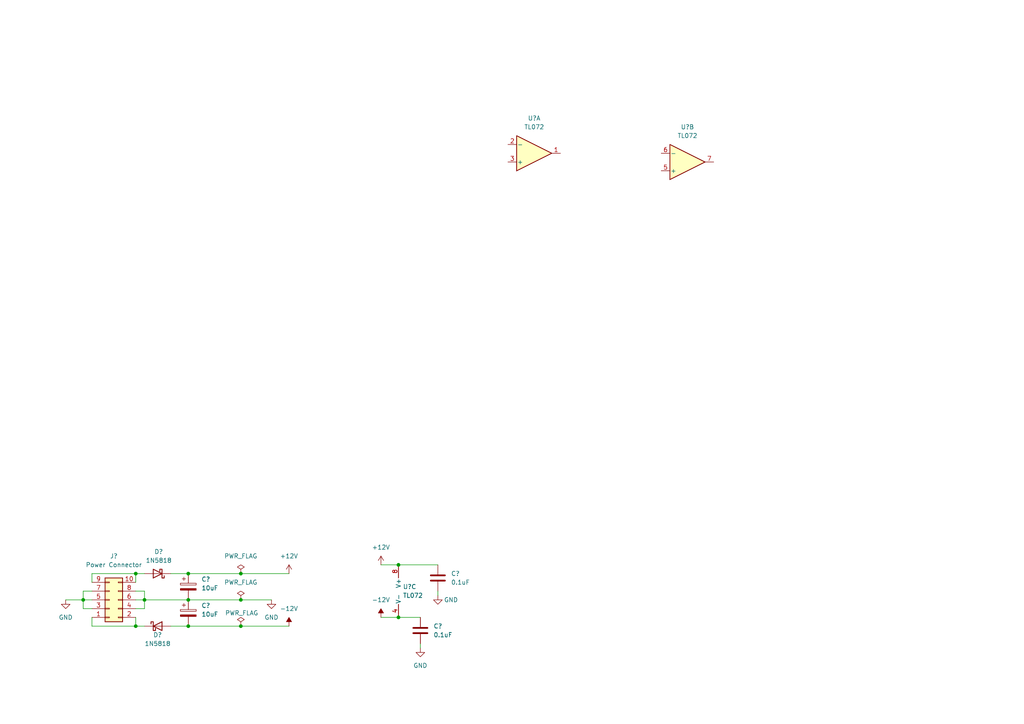
<source format=kicad_sch>
(kicad_sch (version 20211123) (generator eeschema)
  (paper "A4")
  (lib_symbols
    (symbol "Amplifier_Operational:TL072" (pin_names (offset 0.127))
      (property "Reference" "U" (at 0 5.08 0))
      (property "Value" "TL072" (at 0 -5.08 0))
      (symbol "TL072_1_1"
        (polyline (pts (xy -5.08 5.08) (xy 5.08 0) (xy -5.08 -5.08) (xy -5.08 5.08)) (stroke (width 0.254)) (fill (type background)))
        (pin output line (at 7.62 0 180) (length 2.54) (name "~") (number "1"))
        (pin input line (at -7.62 -2.54 0) (length 2.54) (name "-") (number "2"))
        (pin input line (at -7.62 2.54 0) (length 2.54) (name "+") (number "3"))
      )
      (symbol "TL072_2_1"
        (polyline (pts (xy -5.08 5.08) (xy 5.08 0) (xy -5.08 -5.08) (xy -5.08 5.08)) (stroke (width 0.254)) (fill (type background)))
        (pin input line (at -7.62 2.54 0) (length 2.54) (name "+") (number "5"))
        (pin input line (at -7.62 -2.54 0) (length 2.54) (name "-") (number "6"))
        (pin output line (at 7.62 0 180) (length 2.54) (name "~") (number "7"))
      )
      (symbol "TL072_3_1"
        (pin power_in line (at -2.54 -7.62 90) (length 3.81) (name "V-") (number "4"))
        (pin power_in line (at -2.54 7.62 270) (length 3.81) (name "V+") (number "8"))
      )
    )
    (symbol "Connector_Generic:Conn_02x05_Odd_Even" (pin_names (offset 1.016) hide)
      (property "Reference" "J" (at 1.27 7.62 0))
      (property "Value" "Conn_02x05_Odd_Even" (at 1.27 -7.62 0))
      (symbol "Conn_02x05_Odd_Even_1_1"
        (rectangle (start -1.27 -4.953) (end 0 -5.207) (stroke (width 0.1524)))
        (rectangle (start -1.27 -2.413) (end 0 -2.667) (stroke (width 0.1524)))
        (rectangle (start -1.27 0.127) (end 0 -0.127) (stroke (width 0.1524)))
        (rectangle (start -1.27 2.667) (end 0 2.413) (stroke (width 0.1524)))
        (rectangle (start -1.27 5.207) (end 0 4.953) (stroke (width 0.1524)))
        (rectangle (start -1.27 6.35) (end 3.81 -6.35) (stroke (width 0.254)) (fill (type background)))
        (rectangle (start 3.81 -4.953) (end 2.54 -5.207) (stroke (width 0.1524)))
        (rectangle (start 3.81 -2.413) (end 2.54 -2.667) (stroke (width 0.1524)))
        (rectangle (start 3.81 0.127) (end 2.54 -0.127) (stroke (width 0.1524)))
        (rectangle (start 3.81 2.667) (end 2.54 2.413) (stroke (width 0.1524)))
        (rectangle (start 3.81 5.207) (end 2.54 4.953) (stroke (width 0.1524)))
        (pin passive line (at -5.08 5.08 0) (length 3.81) (name "Pin_1") (number "1"))
        (pin passive line (at 7.62 -5.08 180) (length 3.81) (name "Pin_10") (number "10"))
        (pin passive line (at 7.62 5.08 180) (length 3.81) (name "Pin_2") (number "2"))
        (pin passive line (at -5.08 2.54 0) (length 3.81) (name "Pin_3") (number "3"))
        (pin passive line (at 7.62 2.54 180) (length 3.81) (name "Pin_4") (number "4"))
        (pin passive line (at -5.08 0 0) (length 3.81) (name "Pin_5") (number "5"))
        (pin passive line (at 7.62 0 180) (length 3.81) (name "Pin_6") (number "6"))
        (pin passive line (at -5.08 -2.54 0) (length 3.81) (name "Pin_7") (number "7"))
        (pin passive line (at 7.62 -2.54 180) (length 3.81) (name "Pin_8") (number "8"))
        (pin passive line (at -5.08 -5.08 0) (length 3.81) (name "Pin_9") (number "9"))
      )
    )
    (symbol "Device:C" (pin_numbers hide) (pin_names (offset 0.254))
      (property "Reference" "C" (at 0.635 2.54 0))
      (property "Value" "C" (at 0.635 -2.54 0))
      (symbol "C_0_1"
        (polyline (pts (xy -2.032 -0.762) (xy 2.032 -0.762)) (stroke (width 0.508)))
        (polyline (pts (xy -2.032 0.762) (xy 2.032 0.762)) (stroke (width 0.508)))
      )
      (symbol "C_1_1"
        (pin passive line (at 0 3.81 270) (length 2.794) (name "~") (number "1"))
        (pin passive line (at 0 -3.81 90) (length 2.794) (name "~") (number "2"))
      )
    )
    (symbol "Device:C_Polarized" (pin_numbers hide) (pin_names (offset 0.254))
      (property "Reference" "C" (at 0.635 2.54 0))
      (property "Value" "C_Polarized" (at 0.635 -2.54 0))
      (symbol "C_Polarized_0_1"
        (rectangle (start -2.286 0.508) (end 2.286 1.016))
        (polyline (pts (xy -1.778 2.286) (xy -0.762 2.286)))
        (polyline (pts (xy -1.27 2.794) (xy -1.27 1.778)))
        (rectangle (start 2.286 -0.508) (end -2.286 -1.016) (fill (type outline)))
      )
      (symbol "C_Polarized_1_1"
        (pin passive line (at 0 3.81 270) (length 2.794) (name "~") (number "1"))
        (pin passive line (at 0 -3.81 90) (length 2.794) (name "~") (number "2"))
      )
    )
    (symbol "Diode:1N5818" (pin_numbers hide) (pin_names (offset 1.016) hide)
      (property "Reference" "D" (at 0 2.54 0))
      (property "Value" "1N5818" (at 0 -2.54 0))
      (symbol "1N5818_0_1"
        (polyline (pts (xy 1.27 0) (xy -1.27 0)))
        (polyline (pts (xy 1.27 1.27) (xy 1.27 -1.27) (xy -1.27 0) (xy 1.27 1.27)) (stroke (width 0.254)))
        (polyline (pts (xy -1.905 0.635) (xy -1.905 1.27) (xy -1.27 1.27) (xy -1.27 -1.27) (xy -0.635 -1.27) (xy -0.635 -0.635)) (stroke (width 0.254)))
      )
      (symbol "1N5818_1_1"
        (pin passive line (at -3.81 0 0) (length 2.54) (name "K") (number "1"))
        (pin passive line (at 3.81 0 180) (length 2.54) (name "A") (number "2"))
      )
    )
    (symbol "power:+12V" (power) (pin_names (offset 0))
      (property "Value" "+12V" (at 0 3.556 0))
      (symbol "+12V_0_1"
        (polyline (pts (xy -0.762 1.27) (xy 0 2.54)))
        (polyline (pts (xy 0 0) (xy 0 2.54)))
        (polyline (pts (xy 0 2.54) (xy 0.762 1.27)))
      )
      (symbol "+12V_1_1"
        (pin power_in line (at 0 0 90) (length 0) hide (name "+12V") (number "1"))
      )
    )
    (symbol "power:-12V" (power) (pin_names (offset 0))
      (property "Value" "-12V" (at 0 3.81 0))
      (symbol "-12V_0_0"
        (pin power_in line (at 0 0 90) (length 0) hide (name "-12V") (number "1"))
      )
      (symbol "-12V_0_1"
        (polyline (pts (xy 0 0) (xy 0 1.27) (xy 0.762 1.27) (xy 0 2.54) (xy -0.762 1.27) (xy 0 1.27)) (fill (type outline)))
      )
    )
    (symbol "power:GND" (power) (pin_names (offset 0))
      (property "Value" "GND" (at 0 -3.81 0))
      (symbol "GND_0_1"
        (polyline (pts (xy 0 0) (xy 0 -1.27) (xy 1.27 -1.27) (xy 0 -2.54) (xy -1.27 -1.27) (xy 0 -1.27)))
      )
      (symbol "GND_1_1"
        (pin power_in line (at 0 0 270) (length 0) hide (name "GND") (number "1"))
      )
    )
    (symbol "power:PWR_FLAG" (power) (pin_numbers hide) (pin_names (offset 0) hide)
      (property "Value" "PWR_FLAG" (at 0 3.81 0))
      (symbol "PWR_FLAG_0_0"
        (pin power_out line (at 0 0 90) (length 0) (name "pwr") (number "1"))
      )
      (symbol "PWR_FLAG_0_1"
        (polyline (pts (xy 0 0) (xy 0 1.27) (xy -1.016 1.905) (xy 0 2.54) (xy 1.016 1.905) (xy 0 1.27)))
      )
    )
  )
  (junction (at 69.85 166.37))
  (junction (at 41.91 173.99))
  (junction (at 24.13 173.99))
  (junction (at 69.85 173.99))
  (junction (at 115.57 163.83))
  (junction (at 54.61 166.37))
  (junction (at 69.85 181.61))
  (junction (at 54.61 173.99))
  (junction (at 39.37 181.61))
  (junction (at 39.37 166.37))
  (junction (at 115.57 179.07))
  (junction (at 54.61 181.61))
  (wire (pts (xy 41.91 173.99) (xy 41.91 171.45)))
  (wire (pts (xy 110.49 163.83) (xy 115.57 163.83)))
  (wire (pts (xy 127 172.72) (xy 127 171.45)))
  (wire (pts (xy 24.13 173.99) (xy 24.13 176.53)))
  (wire (pts (xy 24.13 171.45) (xy 24.13 173.99)))
  (wire (pts (xy 41.91 173.99) (xy 54.61 173.99)))
  (wire (pts (xy 39.37 181.61) (xy 41.91 181.61)))
  (wire (pts (xy 26.67 181.61) (xy 39.37 181.61)))
  (wire (pts (xy 54.61 166.37) (xy 69.85 166.37)))
  (wire (pts (xy 69.85 166.37) (xy 83.82 166.37)))
  (wire (pts (xy 39.37 166.37) (xy 41.91 166.37)))
  (wire (pts (xy 39.37 176.53) (xy 41.91 176.53)))
  (wire (pts (xy 19.05 173.99) (xy 24.13 173.99)))
  (wire (pts (xy 24.13 173.99) (xy 26.67 173.99)))
  (wire (pts (xy 110.49 179.07) (xy 115.57 179.07)))
  (wire (pts (xy 24.13 176.53) (xy 26.67 176.53)))
  (wire (pts (xy 39.37 166.37) (xy 39.37 168.91)))
  (wire (pts (xy 54.61 173.99) (xy 69.85 173.99)))
  (wire (pts (xy 41.91 171.45) (xy 39.37 171.45)))
  (wire (pts (xy 54.61 181.61) (xy 69.85 181.61)))
  (wire (pts (xy 69.85 181.61) (xy 83.82 181.61)))
  (wire (pts (xy 49.53 181.61) (xy 54.61 181.61)))
  (wire (pts (xy 26.67 171.45) (xy 24.13 171.45)))
  (wire (pts (xy 39.37 181.61) (xy 39.37 179.07)))
  (wire (pts (xy 49.53 166.37) (xy 54.61 166.37)))
  (wire (pts (xy 26.67 179.07) (xy 26.67 181.61)))
  (wire (pts (xy 115.57 179.07) (xy 121.92 179.07)))
  (wire (pts (xy 115.57 163.83) (xy 127 163.83)))
  (wire (pts (xy 26.67 168.91) (xy 26.67 166.37)))
  (wire (pts (xy 121.92 187.96) (xy 121.92 186.69)))
  (wire (pts (xy 41.91 173.99) (xy 39.37 173.99)))
  (wire (pts (xy 41.91 176.53) (xy 41.91 173.99)))
  (wire (pts (xy 26.67 166.37) (xy 39.37 166.37)))
  (wire (pts (xy 69.85 173.99) (xy 78.74 173.99)))
  (symbol (lib_id "Amplifier_Operational:TL072") (at 154.94 44.45 0) (mirror x) (unit 1)
    (property "Reference" "U?" (at 154.94 34.29 0))
    (property "Value" "TL072" (at 154.94 36.83 0))
    (property "Footprint" "Package_DIP:DIP-8_W7.62mm_Socket" (effects hide))
    (property "Datasheet" "http://www.ti.com/lit/ds/symlink/tl071.pdf" (effects hide))
    (property "Manufacturer" "VARIOUS" (effects hide))
    (property "Manufacturer Part No." "TL072CP" (effects hide))
    (property "Supplier" "Tayda" (effects hide))
    (property "Supplier Part No." "A-037" (effects hide))
  )
  (symbol (lib_id "Amplifier_Operational:TL072") (at 199.39 46.99 0) (mirror x) (unit 2)
    (property "Reference" "U?" (at 199.39 36.83 0))
    (property "Value" "TL072" (at 199.39 39.37 0))
    (property "Footprint" "Package_DIP:DIP-8_W7.62mm_Socket" (effects hide))
    (property "Datasheet" "http://www.ti.com/lit/ds/symlink/tl071.pdf" (effects hide))
    (property "Manufacturer" "VARIOUS" (effects hide))
    (property "Manufacturer Part No." "TL072CP" (effects hide))
    (property "Supplier" "Tayda" (effects hide))
    (property "Supplier Part No." "A-037" (effects hide))
  )
  (symbol (lib_id "Device:C") (at 127 167.64 0) (unit 1)
    (property "Reference" "C?" (at 130.81 166.3699 0) (effects (justify left)))
    (property "Value" "0.1uF" (at 130.81 168.9099 0) (effects (justify left)))
    (property "Footprint" "Capacitor_THT:C_Disc_D5.0mm_W2.5mm_P2.50mm" (effects hide))
    (property "Supplier" "Tayda" (effects hide))
    (property "Manufacturer" "AEC" (effects hide))
    (property "Manufacturer Part No." "0.1uF 50V Ceramic Disc Capacitor" (effects hide))
    (property "Supplier Part No." "A-4008" (effects hide))
  )
  (symbol (lib_id "power:GND") (at 121.92 187.96 0) (unit 1)
    (property "Reference" "#PWR?" (effects hide))
    (property "Value" "GND" (at 121.92 193.04 0))
  )
  (symbol (lib_id "power:-12V") (at 110.49 179.07 0) (unit 1)
    (property "Reference" "#PWR?" (effects hide))
    (property "Value" "-12V" (at 110.49 173.99 0))
  )
  (symbol (lib_id "power:+12V") (at 110.49 163.83 0) (unit 1)
    (property "Reference" "#PWR?" (effects hide))
    (property "Value" "+12V" (at 110.49 158.75 0))
  )
  (symbol (lib_id "power:PWR_FLAG") (at 69.85 173.99 0) (unit 1)
    (property "Reference" "#FLG?" (effects hide))
    (property "Value" "PWR_FLAG" (at 69.85 168.91 0))
  )
  (symbol (lib_id "power:GND") (at 78.74 173.99 0) (unit 1)
    (property "Reference" "#PWR?" (effects hide))
    (property "Value" "GND" (at 78.74 179.07 0))
  )
  (symbol (lib_id "Device:C_Polarized") (at 54.61 177.8 0) (unit 1)
    (property "Reference" "C?" (at 58.42 175.6409 0) (effects (justify left)))
    (property "Value" "10uF" (at 58.42 178.1809 0) (effects (justify left)))
    (property "Footprint" "Capacitor_THT:CP_Radial_D5.0mm_P2.00mm" (effects hide))
    (property "Supplier" "Tayda" (effects hide))
    (property "Manufacturer" "AISHI" (effects hide))
    (property "Manufacturer Part No." "WK1CM100D11OT" (effects hide))
    (property "Supplier Part No." "A-3931" (effects hide))
  )
  (symbol (lib_id "Device:C_Polarized") (at 54.61 170.18 0) (unit 1)
    (property "Reference" "C?" (at 58.42 168.0209 0) (effects (justify left)))
    (property "Value" "10uF" (at 58.42 170.5609 0) (effects (justify left)))
    (property "Footprint" "Capacitor_THT:CP_Radial_D5.0mm_P2.00mm" (effects hide))
    (property "Supplier" "Tayda" (effects hide))
    (property "Manufacturer" "AISHI" (effects hide))
    (property "Manufacturer Part No." "WK1CM100D11OT" (effects hide))
    (property "Supplier Part No." "A-3931" (effects hide))
  )
  (symbol (lib_id "Connector_Generic:Conn_02x05_Odd_Even") (at 31.75 173.99 0) (mirror x) (unit 1)
    (property "Reference" "J?" (at 33.02 161.29 0))
    (property "Value" "Power Connector" (at 33.02 163.83 0))
    (property "Footprint" "Connector_IDC:IDC-Header_2x05_P2.54mm_Vertical" (effects hide))
    (property "Manufacturer" "ULO Group" (effects hide))
    (property "Manufacturer Part No." "BHD10PHZT" (effects hide))
    (property "Supplier" "Tayda" (effects hide))
    (property "Supplier Part No." "A-2939" (effects hide))
  )
  (symbol (lib_id "Device:C") (at 121.92 182.88 0) (unit 1)
    (property "Reference" "C?" (at 125.73 181.6099 0) (effects (justify left)))
    (property "Value" "0.1uF" (at 125.73 184.1499 0) (effects (justify left)))
    (property "Footprint" "Capacitor_THT:C_Disc_D5.0mm_W2.5mm_P2.50mm" (effects hide))
    (property "Supplier" "Tayda" (effects hide))
    (property "Manufacturer" "AEC" (effects hide))
    (property "Manufacturer Part No." "0.1uF 50V Ceramic Disc Capacitor" (effects hide))
    (property "Supplier Part No." "A-4008" (effects hide))
  )
  (symbol (lib_id "Amplifier_Operational:TL072") (at 118.11 171.45 0) (unit 3)
    (property "Reference" "U?" (at 116.84 170.1799 0) (effects (justify left)))
    (property "Value" "TL072" (at 116.84 172.7199 0) (effects (justify left)))
    (property "Footprint" "Package_DIP:DIP-8_W7.62mm_Socket" (effects hide))
    (property "Datasheet" "http://www.ti.com/lit/ds/symlink/tl071.pdf" (effects hide))
    (property "Manufacturer" "VARIOUS" (effects hide))
    (property "Manufacturer Part No." "TL072CP" (effects hide))
    (property "Supplier" "Tayda" (effects hide))
    (property "Supplier Part No." "A-037" (effects hide))
  )
  (symbol (lib_id "power:-12V") (at 83.82 181.61 0) (unit 1)
    (property "Reference" "#PWR?" (effects hide))
    (property "Value" "-12V" (at 83.82 176.53 0))
  )
  (symbol (lib_id "power:GND") (at 127 172.72 0) (unit 1)
    (property "Reference" "#PWR?" (effects hide))
    (property "Value" "GND" (at 130.81 173.99 0))
  )
  (symbol (lib_id "power:GND") (at 19.05 173.99 0) (unit 1)
    (property "Reference" "#PWR?" (effects hide))
    (property "Value" "GND" (at 19.05 179.07 0))
  )
  (symbol (lib_id "power:PWR_FLAG") (at 69.85 166.37 0) (unit 1)
    (property "Reference" "#FLG?" (effects hide))
    (property "Value" "PWR_FLAG" (at 69.85 161.29 0))
  )
  (symbol (lib_id "Diode:1N5818") (at 45.72 181.61 0) (unit 1)
    (property "Reference" "D?" (at 45.72 184.15 0))
    (property "Value" "1N5818" (at 45.72 186.69 0))
    (property "Footprint" "Diode_THT:D_DO-41_SOD81_P10.16mm_Horizontal" (effects hide))
    (property "Datasheet" "http://www.vishay.com/docs/88525/1n5817.pdf" (effects hide))
    (property "Supplier" "Tayda" (effects hide))
    (property "Manufacturer" "TEC" (effects hide))
    (property "Manufacturer Part No." "1N5817" (effects hide))
    (property "Supplier Part No." "A-252" (effects hide))
  )
  (symbol (lib_id "power:+12V") (at 83.82 166.37 0) (unit 1)
    (property "Reference" "#PWR?" (effects hide))
    (property "Value" "+12V" (at 83.82 161.29 0))
  )
  (symbol (lib_id "Diode:1N5818") (at 45.72 166.37 180) (unit 1)
    (property "Reference" "D?" (at 46.0375 160.02 0))
    (property "Value" "1N5818" (at 46.0375 162.56 0))
    (property "Footprint" "Diode_THT:D_DO-41_SOD81_P10.16mm_Horizontal" (effects hide))
    (property "Datasheet" "http://www.vishay.com/docs/88525/1n5817.pdf" (effects hide))
    (property "Supplier" "Tayda" (effects hide))
    (property "Manufacturer" "TEC" (effects hide))
    (property "Manufacturer Part No." "1N5817" (effects hide))
    (property "Supplier Part No." "A-252" (effects hide))
  )
  (symbol (lib_id "power:PWR_FLAG") (at 69.85 181.61 0) (unit 1)
    (property "Reference" "#FLG?" (effects hide))
    (property "Value" "PWR_FLAG" (at 74.93 177.8 0) (effects (justify right)))
  )
)
</source>
